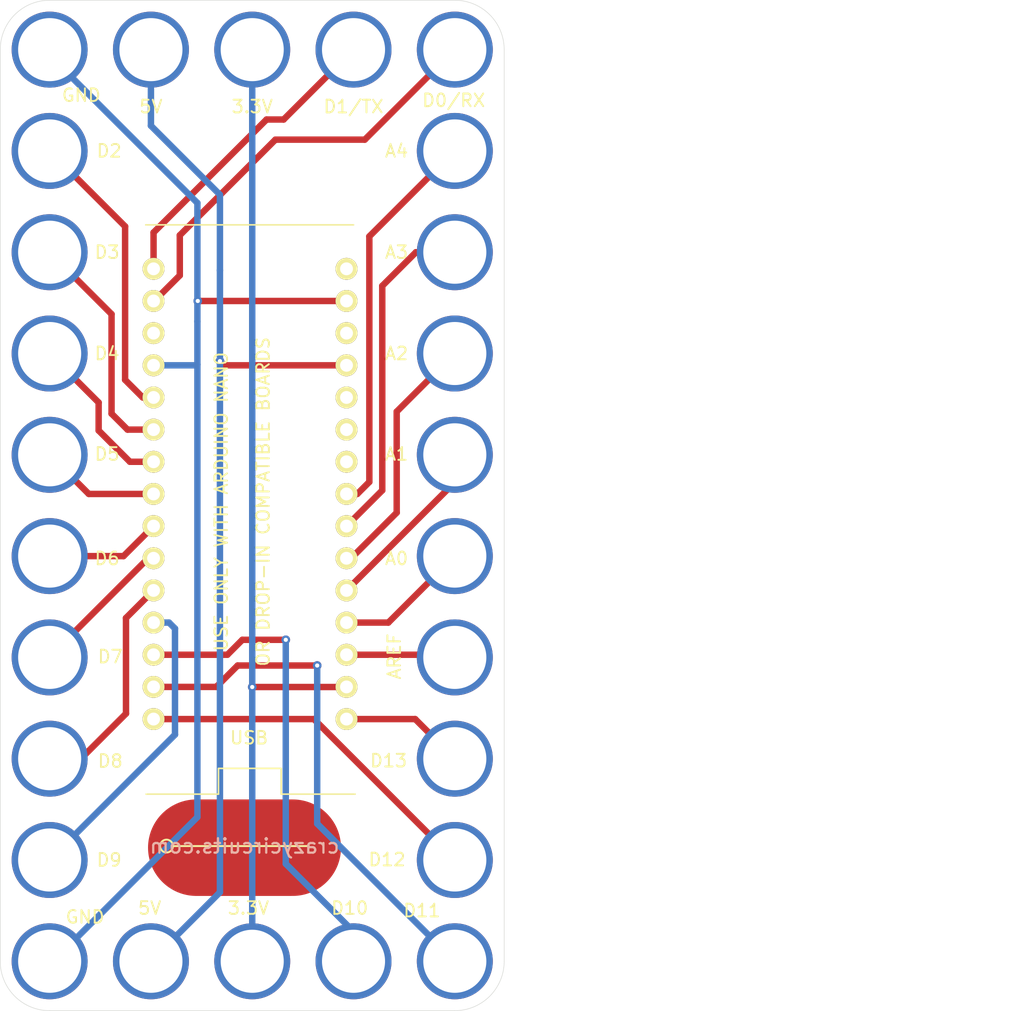
<source format=kicad_pcb>
(kicad_pcb (version 4) (host pcbnew 4.0.5-e0-6337~49~ubuntu16.04.1)

  (general
    (links 0)
    (no_connects 0)
    (area 97.375679 62.235679 178.510001 143.539)
    (thickness 1.6)
    (drawings 30)
    (tracks 98)
    (zones 0)
    (modules 2)
    (nets 1)
  )

  (page USLetter)
  (title_block
    (title "5x10 Arduino Nano Breakout Module")
    (date "03 Feb 2017")
    (rev 1.0)
    (company "All rights reserved.")
    (comment 1 help@browndoggadgets.com)
    (comment 2 http://browndoggadgets.com/)
    (comment 3 "Brown Dog Gadgets")
  )

  (layers
    (0 F.Cu signal)
    (31 B.Cu signal)
    (34 B.Paste user)
    (35 F.Paste user)
    (36 B.SilkS user)
    (37 F.SilkS user)
    (38 B.Mask user)
    (39 F.Mask user)
    (40 Dwgs.User user)
    (44 Edge.Cuts user)
    (46 B.CrtYd user)
    (47 F.CrtYd user)
    (48 B.Fab user)
    (49 F.Fab user)
  )

  (setup
    (last_trace_width 0.254)
    (user_trace_width 0.1524)
    (user_trace_width 0.254)
    (user_trace_width 0.3302)
    (user_trace_width 0.508)
    (user_trace_width 0.762)
    (user_trace_width 1.27)
    (trace_clearance 0.254)
    (zone_clearance 0.508)
    (zone_45_only no)
    (trace_min 0.1524)
    (segment_width 0.1524)
    (edge_width 0.1524)
    (via_size 0.6858)
    (via_drill 0.3302)
    (via_min_size 0.6858)
    (via_min_drill 0.3302)
    (user_via 0.6858 0.3302)
    (user_via 0.762 0.4064)
    (user_via 0.8636 0.508)
    (uvia_size 0.6858)
    (uvia_drill 0.3302)
    (uvias_allowed no)
    (uvia_min_size 0)
    (uvia_min_drill 0)
    (pcb_text_width 0.1524)
    (pcb_text_size 1.016 1.016)
    (mod_edge_width 0.1524)
    (mod_text_size 1.016 1.016)
    (mod_text_width 0.1524)
    (pad_size 6 6)
    (pad_drill 4.98)
    (pad_to_mask_clearance 0.0762)
    (solder_mask_min_width 0.1016)
    (pad_to_paste_clearance -0.0762)
    (aux_axis_origin 0 0)
    (visible_elements FFFEDF7D)
    (pcbplotparams
      (layerselection 0x310fc_80000001)
      (usegerberextensions true)
      (excludeedgelayer true)
      (linewidth 0.100000)
      (plotframeref false)
      (viasonmask false)
      (mode 1)
      (useauxorigin false)
      (hpglpennumber 1)
      (hpglpenspeed 20)
      (hpglpendiameter 15)
      (hpglpenoverlay 2)
      (psnegative false)
      (psa4output false)
      (plotreference true)
      (plotvalue true)
      (plotinvisibletext false)
      (padsonsilk false)
      (subtractmaskfromsilk false)
      (outputformat 1)
      (mirror false)
      (drillshape 0)
      (scaleselection 1)
      (outputdirectory gerbers))
  )

  (net 0 "")

  (net_class Default "This is the default net class."
    (clearance 0.254)
    (trace_width 0.254)
    (via_dia 0.6858)
    (via_drill 0.3302)
    (uvia_dia 0.6858)
    (uvia_drill 0.3302)
  )

  (module Crazy_Circuits:ARDUINO-NANO-5x10-RING (layer F.Cu) (tedit 5894E83D) (tstamp 5894F38F)
    (at 101.55 90.41)
    (descr "8-lead dip package, row spacing 7.62 mm (300 mils)")
    (tags "dil dip 2.54 300")
    (path /5894E6E6)
    (fp_text reference J1 (at 12 52) (layer F.SilkS) hide
      (effects (font (size 1 1) (thickness 0.15)))
    )
    (fp_text value "Arduino Nano" (at 12 52) (layer F.Fab) hide
      (effects (font (size 1 1) (thickness 0.15)))
    )
    (fp_text user USB (at 15.748 30.353) (layer F.SilkS)
      (effects (font (size 1 1) (thickness 0.15)))
    )
    (fp_text user 5V (at 8 -19.5) (layer F.SilkS)
      (effects (font (size 1 1) (thickness 0.15)))
    )
    (fp_line (start 7.587 -10.16) (end 24.003 -10.16) (layer F.SilkS) (width 0.127))
    (fp_text user "OR DROP-IN COMPATIBLE BOARDS" (at 16.858 11.7015 90) (layer F.SilkS)
      (effects (font (size 1 1) (thickness 0.15)))
    )
    (fp_text user "USE ONLY WITH ARDUINO NANO" (at 13.556 11.7015 90) (layer F.SilkS)
      (effects (font (size 1 1) (thickness 0.15)))
    )
    (fp_line (start 18.288 32.766) (end 13.335 32.766) (layer F.SilkS) (width 0.127))
    (fp_line (start 18.288 34.798) (end 18.287 32.7905) (layer F.SilkS) (width 0.127))
    (fp_text user "Arduino Nano" (at 16.256 11.1013) (layer F.Fab)
      (effects (font (size 1 1) (thickness 0.15)))
    )
    (fp_text user D6 (at 4.54 16.19) (layer F.SilkS)
      (effects (font (size 1 1) (thickness 0.15)))
    )
    (fp_text user D5 (at 4.54 7.94) (layer F.SilkS)
      (effects (font (size 1 1) (thickness 0.15)))
    )
    (fp_text user D8 (at 4.79 32.19) (layer F.SilkS)
      (effects (font (size 1 1) (thickness 0.15)))
    )
    (fp_text user D7 (at 4.79 23.94) (layer F.SilkS)
      (effects (font (size 1 1) (thickness 0.15)))
    )
    (fp_line (start 0 51.9) (end 32 51.9) (layer Edge.Cuts) (width 0.04064))
    (fp_line (start 32 -27.9) (end 0 -27.9) (layer Edge.Cuts) (width 0.04064))
    (fp_line (start -3.9 -24) (end -3.9 48) (layer Edge.Cuts) (width 0.04064))
    (fp_arc (start 0 48) (end 0 51.9) (angle 89.9) (layer Edge.Cuts) (width 0.04064))
    (fp_arc (start 0 -24) (end -3.9 -24) (angle 90) (layer Edge.Cuts) (width 0.04064))
    (fp_line (start 35.9 48) (end 35.9 -24) (layer Edge.Cuts) (width 0.04064))
    (fp_arc (start 32 -24) (end 32 -27.9) (angle 89.9) (layer Edge.Cuts) (width 0.04064))
    (fp_arc (start 32 48) (end 35.9 48) (angle 90) (layer Edge.Cuts) (width 0.04064))
    (fp_line (start 0 51.9) (end 32 51.9) (layer F.Fab) (width 0.04064))
    (fp_line (start 32 -27.9) (end 0 -27.9) (layer F.Fab) (width 0.04064))
    (fp_line (start -3.9 -24) (end -3.9 48) (layer F.Fab) (width 0.04064))
    (fp_arc (start 0 48) (end 0 51.9) (angle 89.9) (layer F.Fab) (width 0.04064))
    (fp_arc (start 0 -24) (end -3.9 -24) (angle 90) (layer F.Fab) (width 0.04064))
    (fp_line (start 35.9 48) (end 35.9 -24) (layer F.Fab) (width 0.04064))
    (fp_arc (start 32 -24) (end 32 -27.9) (angle 89.9) (layer F.Fab) (width 0.04064))
    (fp_arc (start 32 48) (end 35.9 48) (angle 90) (layer F.Fab) (width 0.04064))
    (fp_line (start 18.288 34.798) (end 24.13 34.798) (layer F.SilkS) (width 0.127))
    (fp_line (start 13.335 34.7905) (end 13.335 32.7905) (layer F.SilkS) (width 0.127))
    (fp_line (start 7.62 34.798) (end 13.335 34.798) (layer F.SilkS) (width 0.127))
    (fp_text user D9 (at 4.7 40) (layer F.SilkS)
      (effects (font (size 1 1) (thickness 0.15)))
    )
    (fp_text user GND (at 2.8 44.5 180) (layer F.SilkS)
      (effects (font (size 1 1) (thickness 0.15)))
    )
    (fp_text user 5V (at 7.9 43.8) (layer F.SilkS)
      (effects (font (size 1 1) (thickness 0.15)))
    )
    (fp_text user GND (at 2.5 -20.4) (layer F.SilkS)
      (effects (font (size 1 1) (thickness 0.15)))
    )
    (fp_text user D4 (at 4.54 0) (layer F.SilkS)
      (effects (font (size 1 1) (thickness 0.15)))
    )
    (fp_text user D3 (at 4.54 -8) (layer F.SilkS)
      (effects (font (size 1 1) (thickness 0.15)))
    )
    (fp_text user D2 (at 4.7 -16) (layer F.SilkS)
      (effects (font (size 1 1) (thickness 0.15)))
    )
    (fp_text user 3.3V (at 15.7 43.8) (layer F.SilkS)
      (effects (font (size 1 1) (thickness 0.15)))
    )
    (fp_text user D10 (at 23.7 43.8) (layer F.SilkS)
      (effects (font (size 1 1) (thickness 0.15)))
    )
    (fp_text user 3.3V (at 16 -19.5) (layer F.SilkS)
      (effects (font (size 1 1) (thickness 0.15)))
    )
    (fp_text user D1/TX (at 24 -19.5) (layer F.SilkS)
      (effects (font (size 1 1) (thickness 0.15)))
    )
    (fp_text user D0/RX (at 31.91 -19.99) (layer F.SilkS)
      (effects (font (size 1 1) (thickness 0.15)))
    )
    (fp_text user A1 (at 27.4 7.94 180) (layer F.SilkS)
      (effects (font (size 1 1) (thickness 0.15)))
    )
    (fp_text user A2 (at 27.4 0) (layer F.SilkS)
      (effects (font (size 1 1) (thickness 0.15)))
    )
    (fp_text user A3 (at 27.4 -8) (layer F.SilkS)
      (effects (font (size 1 1) (thickness 0.15)))
    )
    (fp_text user A4 (at 27.4 -16) (layer F.SilkS)
      (effects (font (size 1 1) (thickness 0.15)))
    )
    (fp_text user A0 (at 27.4 16.19) (layer F.SilkS)
      (effects (font (size 1 1) (thickness 0.15)))
    )
    (fp_text user D13 (at 26.77 32.16) (layer F.SilkS)
      (effects (font (size 1 1) (thickness 0.15)))
    )
    (fp_text user AREF (at 27.22 23.92 90) (layer F.SilkS)
      (effects (font (size 1 1) (thickness 0.15)))
    )
    (fp_text user D12 (at 26.65 39.97) (layer F.SilkS)
      (effects (font (size 1 1) (thickness 0.15)))
    )
    (fp_text user D11 (at 29.4 44) (layer F.SilkS)
      (effects (font (size 1 1) (thickness 0.15)))
    )
    (pad D13 thru_hole circle (at 23.447 28.8705 180) (size 1.7272 1.7272) (drill 1.016) (layers *.Cu *.Mask F.SilkS))
    (pad 3V3 thru_hole circle (at 23.447 26.3305 180) (size 1.7272 1.7272) (drill 1.016) (layers *.Cu *.Mask F.SilkS))
    (pad REF thru_hole circle (at 23.447 23.7905 180) (size 1.7272 1.7272) (drill 1.016) (layers *.Cu *.Mask F.SilkS))
    (pad A0 thru_hole circle (at 23.447 21.2505 180) (size 1.7272 1.7272) (drill 1.016) (layers *.Cu *.Mask F.SilkS))
    (pad A1 thru_hole circle (at 23.447 18.7105 180) (size 1.7272 1.7272) (drill 1.016) (layers *.Cu *.Mask F.SilkS))
    (pad A2 thru_hole circle (at 23.447 16.1705 180) (size 1.7272 1.7272) (drill 1.016) (layers *.Cu *.Mask F.SilkS))
    (pad A3 thru_hole circle (at 23.447 13.6305 180) (size 1.7272 1.7272) (drill 1.016) (layers *.Cu *.Mask F.SilkS))
    (pad A4 thru_hole circle (at 23.447 11.0905 180) (size 1.7272 1.7272) (drill 1.016) (layers *.Cu *.Mask F.SilkS))
    (pad A5 thru_hole circle (at 23.447 8.5505 180) (size 1.7272 1.7272) (drill 1.016) (layers *.Cu *.Mask F.SilkS))
    (pad A6 thru_hole circle (at 23.447 6.0105 180) (size 1.7272 1.7272) (drill 1.016) (layers *.Cu *.Mask F.SilkS))
    (pad A7 thru_hole circle (at 23.447 3.4705 180) (size 1.7272 1.7272) (drill 1.016) (layers *.Cu *.Mask F.SilkS))
    (pad 5V thru_hole circle (at 23.447 0.9305 180) (size 1.7272 1.7272) (drill 1.016) (layers *.Cu *.Mask F.SilkS))
    (pad RST thru_hole circle (at 23.447 -1.6095 180) (size 1.7272 1.7272) (drill 1.016) (layers *.Cu *.Mask F.SilkS))
    (pad GND thru_hole circle (at 23.447 -4.1495 180) (size 1.7272 1.7272) (drill 1.016) (layers *.Cu *.Mask F.SilkS))
    (pad D0RX thru_hole circle (at 8.207 -4.1495 180) (size 1.7272 1.7272) (drill 1.016) (layers *.Cu *.Mask F.SilkS))
    (pad D2 thru_hole circle (at 8.207 3.4705 180) (size 1.7272 1.7272) (drill 1.016) (layers *.Cu *.Mask F.SilkS))
    (pad D10 thru_hole circle (at 8.207 23.7905 180) (size 1.7272 1.7272) (drill 1.016) (layers *.Cu *.Mask F.SilkS))
    (pad D4 thru_hole circle (at 8.207 8.5505 180) (size 1.7272 1.7272) (drill 1.016) (layers *.Cu *.Mask F.SilkS))
    (pad D3 thru_hole circle (at 8.207 6.0105 180) (size 1.7272 1.7272) (drill 1.016) (layers *.Cu *.Mask F.SilkS))
    (pad D11 thru_hole circle (at 8.207 26.3305 180) (size 1.7272 1.7272) (drill 1.016) (layers *.Cu *.Mask F.SilkS))
    (pad D8 thru_hole circle (at 8.207 18.7105 180) (size 1.7272 1.7272) (drill 1.016) (layers *.Cu *.Mask F.SilkS))
    (pad D12 thru_hole circle (at 8.207 28.8705 180) (size 1.7272 1.7272) (drill 1.016) (layers *.Cu *.Mask F.SilkS))
    (pad D7 thru_hole circle (at 8.207 16.1705 180) (size 1.7272 1.7272) (drill 1.016) (layers *.Cu *.Mask F.SilkS))
    (pad D6 thru_hole circle (at 8.207 13.6305 180) (size 1.7272 1.7272) (drill 1.016) (layers *.Cu *.Mask F.SilkS))
    (pad D5 thru_hole circle (at 8.207 11.0905 180) (size 1.7272 1.7272) (drill 1.016) (layers *.Cu *.Mask F.SilkS))
    (pad D9 thru_hole circle (at 8.207 21.2505 180) (size 1.7272 1.7272) (drill 1.016) (layers *.Cu *.Mask F.SilkS))
    (pad RST thru_hole circle (at 8.207 -1.6095 180) (size 1.7272 1.7272) (drill 1.016) (layers *.Cu *.Mask F.SilkS))
    (pad GND thru_hole circle (at 8.207 0.9305 180) (size 1.7272 1.7272) (drill 1.016) (layers *.Cu *.Mask F.SilkS))
    (pad D5 thru_hole circle (at 0 8 90) (size 6 6) (drill 4.98) (layers *.Cu *.Mask))
    (pad D6 thru_hole circle (at 0.001 16 90) (size 6 6) (drill 4.98) (layers *.Cu *.Mask))
    (pad D8 thru_hole circle (at 0.001 32 90) (size 6 6) (drill 4.98) (layers *.Cu *.Mask))
    (pad D4 thru_hole circle (at 0.001 0 90) (size 6 6) (drill 4.98) (layers *.Cu *.Mask))
    (pad D9 thru_hole circle (at 0.001 40 90) (size 6 6) (drill 4.98) (layers *.Cu *.Mask))
    (pad D7 thru_hole circle (at 0.001 24 90) (size 6 6) (drill 4.98) (layers *.Cu *.Mask))
    (pad D3 thru_hole circle (at 0 -8 90) (size 6 6) (drill 4.98) (layers *.Cu *.Mask))
    (pad D2 thru_hole circle (at 0 -16 90) (size 6 6) (drill 4.98) (layers *.Cu *.Mask))
    (pad GND thru_hole circle (at 0.001 48 90) (size 6 6) (drill 4.98) (layers *.Cu *.Mask))
    (pad 5V thru_hole circle (at 8 48 90) (size 6 6) (drill 4.98) (layers *.Cu *.Mask))
    (pad 3.3V thru_hole circle (at 16 48 90) (size 6 6) (drill 4.98) (layers *.Cu *.Mask))
    (pad D10 thru_hole circle (at 24 48 90) (size 6 6) (drill 4.98) (layers *.Cu *.Mask))
    (pad 3.3V thru_hole circle (at 16 -24 90) (size 6 6) (drill 4.98) (layers *.Cu *.Mask))
    (pad D1TX thru_hole circle (at 24 -24 90) (size 6 6) (drill 4.98) (layers *.Cu *.Mask))
    (pad GND thru_hole circle (at 0.001 -24 90) (size 6 6) (drill 4.98) (layers *.Cu *.Mask))
    (pad 5V thru_hole circle (at 8 -24 90) (size 6 6) (drill 4.98) (layers *.Cu *.Mask))
    (pad D0RX thru_hole circle (at 32 -24 90) (size 6 6) (drill 4.98) (layers *.Cu *.Mask))
    (pad A4 thru_hole circle (at 32 -16 90) (size 6 6) (drill 4.98) (layers *.Cu *.Mask))
    (pad A3 thru_hole circle (at 32 -8 90) (size 6 6) (drill 4.98) (layers *.Cu *.Mask))
    (pad A2 thru_hole circle (at 32 0 90) (size 6 6) (drill 4.98) (layers *.Cu *.Mask))
    (pad A1 thru_hole circle (at 32 8 90) (size 6 6) (drill 4.98) (layers *.Cu *.Mask))
    (pad A0 thru_hole circle (at 32 16 90) (size 6 6) (drill 4.98) (layers *.Cu *.Mask))
    (pad AREF thru_hole circle (at 32 24 90) (size 6 6) (drill 4.98) (layers *.Cu *.Mask))
    (pad D13 thru_hole circle (at 32 32 90) (size 6 6) (drill 4.98) (layers *.Cu *.Mask))
    (pad D12 thru_hole circle (at 32 40 90) (size 6 6) (drill 4.98) (layers *.Cu *.Mask))
    (pad D11 thru_hole circle (at 32 48 90) (size 6 6) (drill 4.98) (layers *.Cu *.Mask))
    (pad D1TX thru_hole circle (at 8.207 -6.6895 180) (size 1.7272 1.7272) (drill 1.016) (layers *.Cu *.Mask F.SilkS))
    (pad VIN thru_hole circle (at 23.447 -6.6895 180) (size 1.7272 1.7272) (drill 1.016) (layers *.Cu *.Mask F.SilkS))
  )

  (module Crazy_Circuits:LOGO-CRAZY-NOLEGO (layer F.Cu) (tedit 5887B92E) (tstamp 58954C85)
    (at 116.9416 133.3754)
    (descr LOGO)
    (tags LOGO)
    (fp_text reference LOGO (at 0 -3.52806) (layer F.Fab)
      (effects (font (size 1 1) (thickness 0.15)))
    )
    (fp_text value "BROWN DOG" (at 0.9 -9) (layer B.SilkS) hide
      (effects (font (size 1.27 1.27) (thickness 0.254)) (justify mirror))
    )
    (fp_text user crazycircuits.com (at 0 -4.064) (layer B.SilkS)
      (effects (font (size 1.143 1.143) (thickness 0.1778)) (justify mirror))
    )
    (fp_line (start 6.096 -5.2705) (end 4.953 -4.318) (layer F.Mask) (width 0.1524))
    (fp_line (start 4.7625 -4.318) (end 6.096 -5.2705) (layer F.Mask) (width 0.1524))
    (fp_line (start 5.715 -5.1435) (end 4.7625 -4.318) (layer F.Mask) (width 0.1524))
    (fp_line (start 4.6355 -4.3815) (end 5.715 -5.1435) (layer F.Mask) (width 0.1524))
    (fp_line (start 5.5245 -5.08) (end 4.6355 -4.3815) (layer F.Mask) (width 0.1524))
    (fp_line (start 4.3815 -4.318) (end 5.5245 -5.08) (layer F.Mask) (width 0.1524))
    (fp_line (start 5.207 -4.953) (end 4.3815 -4.318) (layer F.Mask) (width 0.1524))
    (fp_line (start 4.2545 -4.3815) (end 5.207 -4.953) (layer F.Mask) (width 0.1524))
    (fp_line (start 5.0165 -4.953) (end 4.2545 -4.3815) (layer F.Mask) (width 0.1524))
    (fp_line (start 4.2545 -4.5085) (end 5.0165 -4.953) (layer F.Mask) (width 0.1524))
    (fp_line (start 4.7625 -4.953) (end 4.2545 -4.5085) (layer F.Mask) (width 0.1524))
    (fp_line (start 4.191 -4.6355) (end 4.7625 -4.953) (layer F.Mask) (width 0.1524))
    (fp_line (start 4.7625 -5.1435) (end 4.191 -4.6355) (layer F.Mask) (width 0.1524))
    (fp_line (start 4.7625 -5.2705) (end 4.1275 -4.7625) (layer F.Mask) (width 0.1524))
    (fp_line (start 4.8895 -5.461) (end 4.064 -4.8895) (layer F.Mask) (width 0.1524))
    (fp_line (start 4.8895 -5.588) (end 4.064 -5.0165) (layer F.Mask) (width 0.1524))
    (fp_line (start 3.048 -4.3815) (end 2.413 -5.2705) (layer F.Mask) (width 0.254))
    (fp_line (start 4.953 -4.2545) (end 2.9845 -4.2545) (layer F.Mask) (width 0.1524))
    (fp_line (start 6.5405 -5.3975) (end 4.953 -4.2545) (layer F.Mask) (width 0.1524))
    (fp_line (start 4.7625 -4.953) (end 6.5405 -5.3975) (layer F.Mask) (width 0.1524))
    (fp_line (start 5.08 -5.842) (end 4.7625 -4.953) (layer F.Mask) (width 0.1524))
    (fp_line (start 4.0005 -5.1435) (end 5.08 -5.842) (layer F.Mask) (width 0.1524))
    (fp_line (start 3.175 -6.604) (end 4.0005 -5.08) (layer F.Mask) (width 0.1524))
    (fp_line (start 3.2385 -5.207) (end 3.175 -6.604) (layer F.Mask) (width 0.1524))
    (fp_line (start 2.159 -5.461) (end 3.2385 -5.207) (layer F.Mask) (width 0.1524))
    (fp_line (start 2.9845 -4.2545) (end 2.159 -5.461) (layer F.Mask) (width 0.1524))
    (fp_line (start -5.588 -4.064) (end 5.08 -4.064) (layer F.SilkS) (width 0.1524))
    (fp_circle (center -6.1595 -4.064) (end -5.82208 -3.683) (layer F.SilkS) (width 0.1524))
    (fp_text user CRAZY (at -2.032 -5.588) (layer F.SilkS) hide
      (effects (font (thickness 0.381)))
    )
    (fp_text user CIRCUITS (at 0.254 -2.286) (layer F.SilkS) hide
      (effects (font (thickness 0.381)))
    )
    (fp_line (start 3.2385 -4.3815) (end 2.6035 -5.2705) (layer F.Mask) (width 0.254))
    (fp_line (start 3.429 -4.3815) (end 2.8575 -5.207) (layer F.Mask) (width 0.254))
    (fp_line (start 3.556 -4.3815) (end 3.1115 -5.1435) (layer F.Mask) (width 0.254))
    (fp_line (start 3.81 -4.3815) (end 3.3655 -5.207) (layer F.Mask) (width 0.254))
    (fp_line (start 4.0005 -4.3815) (end 3.429 -5.461) (layer F.Mask) (width 0.254))
    (fp_line (start 4.191 -4.3815) (end 3.302 -6.096) (layer F.Mask) (width 0.254))
    (fp_line (start 3.3655 -5.3975) (end 3.302 -6.223) (layer F.Mask) (width 0.254))
    (pad BG smd oval (at 0 -3.937) (size 15.24 7.62) (layers F.Cu))
  )

  (gr_text CIRCUITS (at 117.2464 130.7084) (layer F.Mask) (tstamp 58954CBF)
    (effects (font (size 1.5 1.5) (thickness 0.3)))
  )
  (gr_text CRAZY (at 114.8588 128.1684) (layer F.Mask)
    (effects (font (size 1.5 1.5) (thickness 0.3)))
  )
  (gr_line (start 119.38 124.46) (end 127 124.46) (layer F.Fab) (width 0.1524))
  (gr_line (start 119.38 121.92) (end 119.38 124.46) (layer F.Fab) (width 0.1524))
  (gr_line (start 114.3 121.92) (end 119.38 121.92) (layer F.Fab) (width 0.1524))
  (gr_line (start 114.3 124.46) (end 114.3 121.92) (layer F.Fab) (width 0.1524))
  (gr_line (start 109.22 124.46) (end 114.3 124.46) (layer F.Fab) (width 0.1524))
  (gr_text USB (at 116.84 119.38) (layer F.Fab)
    (effects (font (size 1.016 1.016) (thickness 0.1524)))
  )
  (gr_line (start 106.68 78.74) (end 109.22 78.74) (layer F.Fab) (width 0.1524))
  (gr_line (start 106.68 124.46) (end 106.68 78.74) (layer F.Fab) (width 0.1524))
  (gr_line (start 109.22 124.46) (end 106.68 124.46) (layer F.Fab) (width 0.1524))
  (gr_line (start 127 78.74) (end 127 124.46) (layer F.Fab) (width 0.1524))
  (gr_line (start 109.22 78.74) (end 127 78.74) (layer F.Fab) (width 0.1524))
  (gr_circle (center 117.348 76.962) (end 118.618 76.962) (layer Dwgs.User) (width 0.15))
  (gr_line (start 114.427 78.994) (end 114.427 74.93) (angle 90) (layer Dwgs.User) (width 0.15))
  (gr_line (start 120.269 78.994) (end 114.427 78.994) (angle 90) (layer Dwgs.User) (width 0.15))
  (gr_line (start 120.269 74.93) (end 120.269 78.994) (angle 90) (layer Dwgs.User) (width 0.15))
  (gr_line (start 114.427 74.93) (end 120.269 74.93) (angle 90) (layer Dwgs.User) (width 0.15))
  (gr_line (start 120.523 93.98) (end 104.648 93.98) (angle 90) (layer Dwgs.User) (width 0.15))
  (gr_line (start 173.355 102.235) (end 173.355 94.615) (angle 90) (layer Dwgs.User) (width 0.15))
  (gr_line (start 178.435 102.235) (end 173.355 102.235) (angle 90) (layer Dwgs.User) (width 0.15))
  (gr_line (start 178.435 94.615) (end 178.435 102.235) (angle 90) (layer Dwgs.User) (width 0.15))
  (gr_line (start 173.355 94.615) (end 178.435 94.615) (angle 90) (layer Dwgs.User) (width 0.15))
  (gr_line (start 109.093 123.19) (end 109.093 114.3) (angle 90) (layer Dwgs.User) (width 0.15))
  (gr_line (start 122.428 123.19) (end 109.093 123.19) (angle 90) (layer Dwgs.User) (width 0.15))
  (gr_line (start 122.428 114.3) (end 122.428 123.19) (angle 90) (layer Dwgs.User) (width 0.15))
  (gr_line (start 109.093 114.3) (end 122.428 114.3) (angle 90) (layer Dwgs.User) (width 0.15))
  (gr_line (start 104.648 93.98) (end 104.648 82.55) (angle 90) (layer Dwgs.User) (width 0.15))
  (gr_line (start 120.523 82.55) (end 120.523 93.98) (angle 90) (layer Dwgs.User) (width 0.15))
  (gr_line (start 104.648 82.55) (end 120.523 82.55) (angle 90) (layer Dwgs.User) (width 0.15))

  (segment (start 107.51 92.49) (end 107.51 80.37) (width 0.508) (layer F.Cu) (net 0))
  (segment (start 107.51 80.37) (end 101.55 74.41) (width 0.508) (layer F.Cu) (net 0))
  (segment (start 108.9005 93.8805) (end 107.51 92.49) (width 0.508) (layer F.Cu) (net 0))
  (segment (start 109.757 93.8805) (end 108.9005 93.8805) (width 0.508) (layer F.Cu) (net 0))
  (segment (start 106.44 95.16) (end 106.44 87.3) (width 0.508) (layer F.Cu) (net 0))
  (segment (start 106.44 87.3) (end 101.55 82.41) (width 0.508) (layer F.Cu) (net 0))
  (segment (start 107.7005 96.4205) (end 106.44 95.16) (width 0.508) (layer F.Cu) (net 0))
  (segment (start 109.757 96.4205) (end 107.7005 96.4205) (width 0.508) (layer F.Cu) (net 0))
  (segment (start 105.42 96.49) (end 105.42 94.279) (width 0.508) (layer F.Cu) (net 0))
  (segment (start 105.42 94.279) (end 101.551 90.41) (width 0.508) (layer F.Cu) (net 0))
  (segment (start 107.8905 98.9605) (end 105.42 96.49) (width 0.508) (layer F.Cu) (net 0))
  (segment (start 109.757 98.9605) (end 107.8905 98.9605) (width 0.508) (layer F.Cu) (net 0))
  (segment (start 109.757 101.5005) (end 104.6405 101.5005) (width 0.508) (layer F.Cu) (net 0))
  (segment (start 104.6405 101.5005) (end 101.55 98.41) (width 0.508) (layer F.Cu) (net 0))
  (segment (start 101.551 106.41) (end 107.3875 106.41) (width 0.508) (layer F.Cu) (net 0))
  (segment (start 107.3875 106.41) (end 109.757 104.0405) (width 0.508) (layer F.Cu) (net 0))
  (segment (start 109.3295 106.5805) (end 101.551 114.359) (width 0.508) (layer F.Cu) (net 0))
  (segment (start 101.551 114.359) (end 101.551 114.41) (width 0.508) (layer F.Cu) (net 0))
  (segment (start 109.757 106.5805) (end 109.3295 106.5805) (width 0.508) (layer F.Cu) (net 0))
  (segment (start 107.58 118.85) (end 107.58 111.2975) (width 0.508) (layer F.Cu) (net 0))
  (segment (start 107.58 111.2975) (end 109.757 109.1205) (width 0.508) (layer F.Cu) (net 0))
  (segment (start 104.02 122.41) (end 107.58 118.85) (width 0.508) (layer F.Cu) (net 0))
  (segment (start 101.551 122.41) (end 104.02 122.41) (width 0.508) (layer F.Cu) (net 0))
  (segment (start 111.45 112.13) (end 111.45 120.511) (width 0.508) (layer B.Cu) (net 0))
  (segment (start 111.45 120.511) (end 101.551 130.41) (width 0.508) (layer B.Cu) (net 0))
  (segment (start 110.9805 111.6605) (end 111.45 112.13) (width 0.508) (layer B.Cu) (net 0))
  (segment (start 109.757 111.6605) (end 110.9805 111.6605) (width 0.508) (layer B.Cu) (net 0))
  (segment (start 116.77 113.02) (end 115.5895 114.2005) (width 0.508) (layer F.Cu) (net 0))
  (segment (start 115.5895 114.2005) (end 109.757 114.2005) (width 0.508) (layer F.Cu) (net 0))
  (segment (start 120.2 113.02) (end 116.77 113.02) (width 0.508) (layer F.Cu) (net 0))
  (segment (start 120.2 130.71) (end 120.2 113.02) (width 0.508) (layer B.Cu) (net 0))
  (via (at 120.2 113.02) (size 0.6858) (drill 0.3302) (layers F.Cu B.Cu) (net 0))
  (segment (start 125.55 136.06) (end 120.2 130.71) (width 0.508) (layer B.Cu) (net 0))
  (segment (start 125.55 138.41) (end 125.55 136.06) (width 0.508) (layer B.Cu) (net 0))
  (segment (start 122.68 115.05) (end 122.68 127.54) (width 0.508) (layer B.Cu) (net 0))
  (segment (start 122.68 127.54) (end 133.55 138.41) (width 0.508) (layer B.Cu) (net 0))
  (via (at 122.68 115.05) (size 0.6858) (drill 0.3302) (layers F.Cu B.Cu) (net 0))
  (segment (start 116.4 115.05) (end 122.68 115.05) (width 0.508) (layer F.Cu) (net 0))
  (segment (start 114.7095 116.7405) (end 116.4 115.05) (width 0.508) (layer F.Cu) (net 0))
  (segment (start 109.757 116.7405) (end 114.7095 116.7405) (width 0.508) (layer F.Cu) (net 0))
  (segment (start 109.757 119.2805) (end 122.4205 119.2805) (width 0.508) (layer F.Cu) (net 0))
  (segment (start 122.4205 119.2805) (end 133.55 130.41) (width 0.508) (layer F.Cu) (net 0))
  (segment (start 124.997 119.2805) (end 130.4205 119.2805) (width 0.508) (layer F.Cu) (net 0))
  (segment (start 130.4205 119.2805) (end 133.55 122.41) (width 0.508) (layer F.Cu) (net 0))
  (segment (start 124.997 114.2005) (end 133.3405 114.2005) (width 0.508) (layer F.Cu) (net 0))
  (segment (start 133.3405 114.2005) (end 133.55 114.41) (width 0.508) (layer F.Cu) (net 0))
  (segment (start 124.997 111.6605) (end 128.2995 111.6605) (width 0.508) (layer F.Cu) (net 0))
  (segment (start 128.2995 111.6605) (end 133.55 106.41) (width 0.508) (layer F.Cu) (net 0))
  (segment (start 133.55 98.41) (end 133.55 100.5675) (width 0.508) (layer F.Cu) (net 0))
  (segment (start 133.55 100.5675) (end 124.997 109.1205) (width 0.508) (layer F.Cu) (net 0))
  (segment (start 128.96 102.98) (end 128.96 95) (width 0.508) (layer F.Cu) (net 0))
  (segment (start 128.96 95) (end 133.55 90.41) (width 0.508) (layer F.Cu) (net 0))
  (segment (start 125.3595 106.5805) (end 128.96 102.98) (width 0.508) (layer F.Cu) (net 0))
  (segment (start 124.997 106.5805) (end 125.3595 106.5805) (width 0.508) (layer F.Cu) (net 0))
  (segment (start 127.82 85.07) (end 127.82 101.2175) (width 0.508) (layer F.Cu) (net 0))
  (segment (start 127.82 101.2175) (end 124.997 104.0405) (width 0.508) (layer F.Cu) (net 0))
  (segment (start 130.48 82.41) (end 127.82 85.07) (width 0.508) (layer F.Cu) (net 0))
  (segment (start 133.55 82.41) (end 130.48 82.41) (width 0.508) (layer F.Cu) (net 0))
  (segment (start 126.8 100.55) (end 126.8 81.16) (width 0.508) (layer F.Cu) (net 0))
  (segment (start 126.8 81.16) (end 133.55 74.41) (width 0.508) (layer F.Cu) (net 0))
  (segment (start 125.8495 101.5005) (end 126.8 100.55) (width 0.508) (layer F.Cu) (net 0))
  (segment (start 124.997 101.5005) (end 125.8495 101.5005) (width 0.508) (layer F.Cu) (net 0))
  (segment (start 119.38 73.52) (end 126.44 73.52) (width 0.508) (layer F.Cu) (net 0))
  (segment (start 126.44 73.52) (end 133.55 66.41) (width 0.508) (layer F.Cu) (net 0))
  (segment (start 111.83 81.07) (end 119.38 73.52) (width 0.508) (layer F.Cu) (net 0))
  (segment (start 111.83 84.24) (end 111.83 81.07) (width 0.508) (layer F.Cu) (net 0))
  (segment (start 109.8095 86.2605) (end 111.83 84.24) (width 0.508) (layer F.Cu) (net 0))
  (segment (start 109.757 86.2605) (end 109.8095 86.2605) (width 0.508) (layer F.Cu) (net 0))
  (segment (start 118.68 71.93) (end 120.03 71.93) (width 0.508) (layer F.Cu) (net 0))
  (segment (start 120.03 71.93) (end 125.55 66.41) (width 0.508) (layer F.Cu) (net 0))
  (segment (start 109.757 80.853) (end 118.68 71.93) (width 0.508) (layer F.Cu) (net 0))
  (segment (start 109.757 83.7205) (end 109.757 80.853) (width 0.508) (layer F.Cu) (net 0))
  (segment (start 117.55 116.75) (end 117.55 66.41) (width 0.508) (layer B.Cu) (net 0))
  (segment (start 117.55 116.75) (end 124.9875 116.75) (width 0.508) (layer F.Cu) (net 0))
  (segment (start 124.9875 116.75) (end 124.997 116.7405) (width 0.508) (layer F.Cu) (net 0))
  (via (at 117.55 116.75) (size 0.6858) (drill 0.3302) (layers F.Cu B.Cu) (net 0))
  (segment (start 117.55 138.41) (end 117.55 116.75) (width 0.508) (layer B.Cu) (net 0))
  (segment (start 115 91.01) (end 115 132.96) (width 0.508) (layer B.Cu) (net 0))
  (segment (start 115 132.96) (end 109.55 138.41) (width 0.508) (layer B.Cu) (net 0))
  (segment (start 113.22 127.02) (end 113.22 91.28) (width 0.508) (layer B.Cu) (net 0))
  (segment (start 113.22 91.28) (end 113.22 87.8775) (width 0.508) (layer B.Cu) (net 0))
  (segment (start 109.757 91.3405) (end 113.1595 91.3405) (width 0.508) (layer B.Cu) (net 0))
  (segment (start 113.1595 91.3405) (end 113.22 91.28) (width 0.508) (layer B.Cu) (net 0))
  (segment (start 101.83 138.41) (end 113.22 127.02) (width 0.508) (layer B.Cu) (net 0))
  (segment (start 101.551 138.41) (end 101.83 138.41) (width 0.508) (layer B.Cu) (net 0))
  (segment (start 124.997 91.3405) (end 115.3305 91.3405) (width 0.508) (layer F.Cu) (net 0))
  (segment (start 115.3305 91.3405) (end 115 91.01) (width 0.508) (layer F.Cu) (net 0))
  (via (at 115 91.01) (size 0.6858) (drill 0.3302) (layers F.Cu B.Cu) (net 0))
  (segment (start 115 83.84) (end 115 91.01) (width 0.508) (layer B.Cu) (net 0))
  (segment (start 124.8775 83.84) (end 124.997 83.7205) (width 0.508) (layer F.Cu) (net 0))
  (segment (start 115 77.87) (end 115 83.84) (width 0.508) (layer B.Cu) (net 0))
  (segment (start 109.55 72.42) (end 115 77.87) (width 0.508) (layer B.Cu) (net 0))
  (segment (start 109.55 66.41) (end 109.55 72.42) (width 0.508) (layer B.Cu) (net 0))
  (via (at 113.2495 86.2605) (size 0.6858) (drill 0.3302) (layers F.Cu B.Cu) (net 0))
  (segment (start 124.997 86.2605) (end 113.2495 86.2605) (width 0.508) (layer F.Cu) (net 0))
  (segment (start 113.22 78.52) (end 113.22 87.8775) (width 0.508) (layer B.Cu) (net 0))
  (segment (start 101.551 66.851) (end 113.22 78.52) (width 0.508) (layer B.Cu) (net 0))
  (segment (start 101.551 66.41) (end 101.551 66.851) (width 0.508) (layer B.Cu) (net 0))

)

</source>
